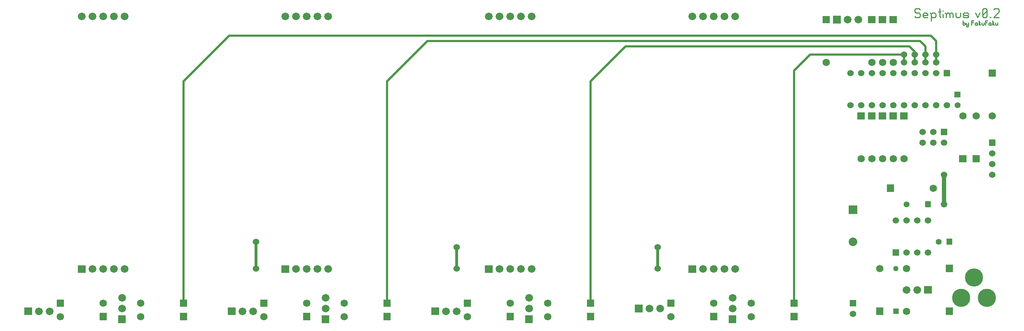
<source format=gbr>
G04 start of page 2 for group 0 idx 0 *
G04 Title: Septimus, top *
G04 Creator: pcb 20140316 *
G04 CreationDate: Mon Jun  9 18:26:02 2014 UTC *
G04 For: scheibler *
G04 Format: Gerber/RS-274X *
G04 PCB-Dimensions (mil): 10000.00 4000.00 *
G04 PCB-Coordinate-Origin: lower left *
%MOIN*%
%FSLAX25Y25*%
%LNTOP*%
%ADD29C,0.1200*%
%ADD28C,0.0280*%
%ADD27C,0.0300*%
%ADD26C,0.0380*%
%ADD25C,0.0420*%
%ADD24C,0.0350*%
%ADD23C,0.1700*%
%ADD22C,0.0500*%
%ADD21C,0.0800*%
%ADD20C,0.0550*%
%ADD19C,0.0600*%
%ADD18C,0.0680*%
%ADD17C,0.0001*%
%ADD16C,0.0720*%
%ADD15C,0.0105*%
%ADD14C,0.0100*%
%ADD13C,0.0400*%
%ADD12C,0.0250*%
%ADD11C,0.0200*%
G54D11*X760000Y280000D02*Y72500D01*
X855000Y312500D02*X602500D01*
G54D12*X632500Y105000D02*Y125000D01*
G54D11*X760000Y280000D02*Y290000D01*
X775000Y305000D01*
X797500D01*
X602500Y312500D02*X570000Y280000D01*
X417500Y317500D02*X380000Y280000D01*
X232500Y322500D02*X190000Y280000D01*
X570000D02*Y72500D01*
X380000Y280000D02*Y72500D01*
X190000Y280000D02*Y72500D01*
G54D12*X257500Y105000D02*Y130000D01*
X445000Y105000D02*Y125000D01*
G54D11*X865000Y317500D02*X417500D01*
X875000Y322500D02*X232500D01*
X867500Y312500D02*X855000D01*
G54D13*X900000Y192500D02*Y165000D01*
G54D11*X862500Y305000D02*X797500D01*
X862500Y297500D02*Y305000D01*
X872500Y297500D02*Y307500D01*
X892500Y317500D02*X887500Y322500D01*
X875000D02*X887500D01*
X872500Y307500D02*X867500Y312500D01*
X882500Y297500D02*Y312500D01*
X877500Y317500D01*
X892500Y297500D02*Y317500D01*
X865000D02*X877500D01*
G54D14*X876700Y347900D02*X877750Y346850D01*
X873550Y347900D02*X876700D01*
X872500Y346850D02*X873550Y347900D01*
X872500Y346850D02*Y344750D01*
X873550Y343700D01*
X876700D01*
X877750Y342650D01*
Y340550D01*
X876700Y339500D02*X877750Y340550D01*
X873550Y339500D02*X876700D01*
X872500Y340550D02*X873550Y339500D01*
X881320D02*X884470D01*
X880270Y340550D02*X881320Y339500D01*
X880270Y342650D02*Y340550D01*
Y342650D02*X881320Y343700D01*
X883420D01*
X884470Y342650D01*
X880270Y341600D02*X884470D01*
Y342650D02*Y341600D01*
X888040Y342650D02*Y336350D01*
X886990Y343700D02*X888040Y342650D01*
X889090Y343700D01*
X891190D01*
X892240Y342650D01*
Y340550D01*
X891190Y339500D02*X892240Y340550D01*
X889090Y339500D02*X891190D01*
X888040Y340550D02*X889090Y339500D01*
X895810Y347900D02*Y340550D01*
X896860Y339500D01*
X894760Y344750D02*X896860D01*
G54D15*X898960Y345800D02*Y345590D01*
G54D14*Y342650D02*Y339500D01*
X902110Y342650D02*Y339500D01*
Y342650D02*X903160Y343700D01*
X904210D01*
X905260Y342650D01*
Y339500D01*
Y342650D02*X906310Y343700D01*
X907360D01*
X908410Y342650D01*
Y339500D01*
X901060Y343700D02*X902110Y342650D01*
X910930Y343700D02*Y340550D01*
X911980Y339500D01*
X914080D01*
X915130Y340550D01*
Y343700D02*Y340550D01*
X918700Y339500D02*X921850D01*
X922900Y340550D01*
X921850Y341600D02*X922900Y340550D01*
X918700Y341600D02*X921850D01*
X917650Y342650D02*X918700Y341600D01*
X917650Y342650D02*X918700Y343700D01*
X921850D01*
X922900Y342650D01*
X917650Y340550D02*X918700Y339500D01*
X929200Y343700D02*X931300Y339500D01*
X933400Y343700D02*X931300Y339500D01*
X935920Y340550D02*X936970Y339500D01*
X935920Y346850D02*Y340550D01*
Y346850D02*X936970Y347900D01*
X939070D01*
X940120Y346850D01*
Y340550D01*
X939070Y339500D02*X940120Y340550D01*
X936970Y339500D02*X939070D01*
X935920Y341600D02*X940120Y345800D01*
X942640Y339500D02*X943690D01*
X946210Y346850D02*X947260Y347900D01*
X950410D01*
X951460Y346850D01*
Y344750D01*
X946210Y339500D02*X951460Y344750D01*
X946210Y339500D02*X951460D01*
X917500Y336500D02*Y332500D01*
Y333000D02*X918000Y332500D01*
X919000D01*
X919500Y333000D01*
Y334000D02*Y333000D01*
X919000Y334500D02*X919500Y334000D01*
X918000Y334500D02*X919000D01*
X917500Y334000D02*X918000Y334500D01*
X920700D02*Y333000D01*
X921200Y332500D01*
X922700Y334500D02*Y331500D01*
X922200Y331000D02*X922700Y331500D01*
X921200Y331000D02*X922200D01*
X920700Y331500D02*X921200Y331000D01*
Y332500D02*X922200D01*
X922700Y333000D01*
X925700Y336500D02*Y332500D01*
Y336500D02*X927700D01*
X925700Y334700D02*X927200D01*
X930400Y334500D02*X930900Y334000D01*
X929400Y334500D02*X930400D01*
X928900Y334000D02*X929400Y334500D01*
X928900Y334000D02*Y333000D01*
X929400Y332500D01*
X930900Y334500D02*Y333000D01*
X931400Y332500D01*
X929400D02*X930400D01*
X930900Y333000D01*
X932600Y336500D02*Y332500D01*
Y334000D02*X934100Y332500D01*
X932600Y334000D02*X933600Y335000D01*
X935300Y334500D02*Y333000D01*
X935800Y332500D01*
X936800D01*
X937300Y333000D01*
Y334500D02*Y333000D01*
X938500Y336500D02*Y332500D01*
Y336500D02*X940500D01*
X938500Y334700D02*X940000D01*
X943200Y334500D02*X943700Y334000D01*
X942200Y334500D02*X943200D01*
X941700Y334000D02*X942200Y334500D01*
X941700Y334000D02*Y333000D01*
X942200Y332500D01*
X943700Y334500D02*Y333000D01*
X944200Y332500D01*
X942200D02*X943200D01*
X943700Y333000D01*
X945400Y336500D02*Y332500D01*
Y334000D02*X946900Y332500D01*
X945400Y334000D02*X946400Y335000D01*
X948100Y334500D02*Y333000D01*
X948600Y332500D01*
X949600D01*
X950100Y333000D01*
Y334500D02*Y333000D01*
G54D16*X95000Y340600D03*
X105000D03*
G54D17*G36*
X91400Y108000D02*Y100800D01*
X98600D01*
Y108000D01*
X91400D01*
G37*
G54D16*X105000Y104400D03*
X115000D03*
X125000D03*
X135000D03*
X115000Y340600D03*
X125000D03*
X135000D03*
G54D17*G36*
X128900Y61100D02*Y53900D01*
X136100D01*
Y61100D01*
X128900D01*
G37*
G54D16*X132500Y67500D03*
Y77500D03*
G54D17*G36*
X111600Y63400D02*Y56600D01*
X118400D01*
Y63400D01*
X111600D01*
G37*
G54D18*X115000Y72500D03*
G54D17*G36*
X421400Y68600D02*Y61400D01*
X428600D01*
Y68600D01*
X421400D01*
G37*
G54D16*X435000Y65000D03*
G54D17*G36*
X376600Y63400D02*Y56600D01*
X383400D01*
Y63400D01*
X376600D01*
G37*
G36*
Y75900D02*Y69100D01*
X383400D01*
Y75900D01*
X376600D01*
G37*
G54D16*X445000Y65000D03*
G54D18*X455000Y60000D03*
G54D17*G36*
X451600Y75900D02*Y69100D01*
X458400D01*
Y75900D01*
X451600D01*
G37*
G36*
X508900Y61100D02*Y53900D01*
X516100D01*
Y61100D01*
X508900D01*
G37*
G54D18*X530000Y60000D03*
G54D17*G36*
X491600Y63400D02*Y56600D01*
X498400D01*
Y63400D01*
X491600D01*
G37*
G54D16*X512500Y67500D03*
G54D18*X530000Y72500D03*
X495000D03*
G54D16*X512500Y77500D03*
G54D17*G36*
X471400Y108000D02*Y100800D01*
X478600D01*
Y108000D01*
X471400D01*
G37*
G54D16*X485000Y104400D03*
X495000D03*
X505000D03*
X515000D03*
G54D17*G36*
X566600Y63400D02*Y56600D01*
X573400D01*
Y63400D01*
X566600D01*
G37*
G36*
Y75900D02*Y69100D01*
X573400D01*
Y75900D01*
X566600D01*
G37*
G36*
X231400Y68600D02*Y61400D01*
X238600D01*
Y68600D01*
X231400D01*
G37*
G54D16*X245000Y65000D03*
X255000D03*
G54D18*X265000Y60000D03*
G54D17*G36*
X186600Y63400D02*Y56600D01*
X193400D01*
Y63400D01*
X186600D01*
G37*
G54D18*X150000Y60000D03*
G54D16*X322500Y77500D03*
G54D17*G36*
X281400Y108000D02*Y100800D01*
X288600D01*
Y108000D01*
X281400D01*
G37*
G54D16*X295000Y104400D03*
X305000D03*
X315000D03*
X325000D03*
G54D18*X340000Y60000D03*
Y72500D03*
G54D17*G36*
X318900Y61100D02*Y53900D01*
X326100D01*
Y61100D01*
X318900D01*
G37*
G54D16*X322500Y67500D03*
G54D17*G36*
X301600Y63400D02*Y56600D01*
X308400D01*
Y63400D01*
X301600D01*
G37*
G54D18*X305000Y72500D03*
G54D17*G36*
X261600Y75900D02*Y69100D01*
X268400D01*
Y75900D01*
X261600D01*
G37*
G36*
X186600D02*Y69100D01*
X193400D01*
Y75900D01*
X186600D01*
G37*
G54D18*X150000Y72500D03*
G54D17*G36*
X41400Y68600D02*Y61400D01*
X48600D01*
Y68600D01*
X41400D01*
G37*
G54D16*X55000Y65000D03*
X65000D03*
G54D18*X75000Y60000D03*
G54D17*G36*
X71600Y75900D02*Y69100D01*
X78400D01*
Y75900D01*
X71600D01*
G37*
G54D16*X285000Y340600D03*
X295000D03*
X305000D03*
X315000D03*
X325000D03*
X475000D03*
X485000D03*
X495000D03*
X505000D03*
X515000D03*
G54D17*G36*
X942000Y225500D02*Y219500D01*
X948000D01*
Y225500D01*
X942000D01*
G37*
G54D19*X945000Y212500D03*
Y202500D03*
Y192500D03*
G54D17*G36*
X926600Y210900D02*Y204100D01*
X933400D01*
Y210900D01*
X926600D01*
G37*
G54D18*X930000Y247500D03*
X917500D03*
X945000D03*
G54D17*G36*
X909750Y270250D02*Y264750D01*
X915250D01*
Y270250D01*
X909750D01*
G37*
G54D20*X912500Y257500D03*
G54D17*G36*
X914100Y210900D02*Y204100D01*
X920900D01*
Y210900D01*
X914100D01*
G37*
G36*
X941600Y290900D02*Y284100D01*
X948400D01*
Y290900D01*
X941600D01*
G37*
G36*
X899500Y290500D02*Y284500D01*
X905500D01*
Y290500D01*
X899500D01*
G37*
G54D19*X892500Y287500D03*
X882500D03*
X872500D03*
X862500D03*
X852500D03*
X842500D03*
X832500D03*
X822500D03*
G54D17*G36*
X859100Y250900D02*Y244100D01*
X865900D01*
Y250900D01*
X859100D01*
G37*
G36*
X849100D02*Y244100D01*
X855900D01*
Y250900D01*
X849100D01*
G37*
G36*
X839100D02*Y244100D01*
X845900D01*
Y250900D01*
X839100D01*
G37*
G54D19*X842500Y257500D03*
X852500D03*
G54D18*Y207500D03*
X842500D03*
X832500D03*
X822500D03*
G54D17*G36*
X829100Y250900D02*Y244100D01*
X835900D01*
Y250900D01*
X829100D01*
G37*
G36*
X819100D02*Y244100D01*
X825900D01*
Y250900D01*
X819100D01*
G37*
G54D19*X822500Y257500D03*
X832500D03*
G54D18*X862500Y207500D03*
G54D19*Y257500D03*
X872500D03*
X882500D03*
X892500D03*
X902500D03*
G54D17*G36*
X897000Y235500D02*Y229500D01*
X903000D01*
Y235500D01*
X897000D01*
G37*
G54D19*X900000Y222500D03*
X890000Y232500D03*
Y222500D03*
X880000D03*
Y232500D03*
G54D16*X665000Y340600D03*
X675000D03*
X685000D03*
X695000D03*
X705000D03*
G54D17*G36*
X796400Y341100D02*Y333900D01*
X803600D01*
Y341100D01*
X796400D01*
G37*
G54D16*X810000Y337500D03*
G54D17*G36*
X786600Y340900D02*Y334100D01*
X793400D01*
Y340900D01*
X786600D01*
G37*
G36*
X661400Y108000D02*Y100800D01*
X668600D01*
Y108000D01*
X661400D01*
G37*
G54D18*X645000Y60000D03*
G54D17*G36*
X641600Y75900D02*Y69100D01*
X648400D01*
Y75900D01*
X641600D01*
G37*
G36*
X611400Y71100D02*Y63900D01*
X618600D01*
Y71100D01*
X611400D01*
G37*
G54D16*X625000Y67500D03*
X635000D03*
X675000Y104400D03*
X685000D03*
G54D17*G36*
X681600Y63400D02*Y56600D01*
X688400D01*
Y63400D01*
X681600D01*
G37*
G54D18*X685000Y72500D03*
G54D16*X695000Y104400D03*
X705000D03*
G54D17*G36*
X756600Y75900D02*Y69100D01*
X763400D01*
Y75900D01*
X756600D01*
G37*
G54D16*X702500Y77500D03*
G54D17*G36*
X756600Y63400D02*Y56600D01*
X763400D01*
Y63400D01*
X756600D01*
G37*
G54D18*X720000Y60000D03*
Y72500D03*
G54D17*G36*
X698900Y61100D02*Y53900D01*
X706100D01*
Y61100D01*
X698900D01*
G37*
G54D16*X702500Y67500D03*
G54D17*G36*
X812000Y75500D02*Y69500D01*
X818000D01*
Y75500D01*
X812000D01*
G37*
G54D19*X815000Y62500D03*
G54D17*G36*
X839100Y340900D02*Y334100D01*
X845900D01*
Y340900D01*
X839100D01*
G37*
G36*
X849100D02*Y334100D01*
X855900D01*
Y340900D01*
X849100D01*
G37*
G54D18*X842500Y297500D03*
X852500D03*
G54D19*X812500Y287500D03*
G54D18*X832500Y297500D03*
G54D19*X812500Y257500D03*
G54D16*X820000Y337500D03*
G54D18*X790000Y297500D03*
G54D17*G36*
X829100Y340900D02*Y334100D01*
X835900D01*
Y340900D01*
X829100D01*
G37*
G36*
X846600Y183400D02*Y176600D01*
X853400D01*
Y183400D01*
X846600D01*
G37*
G36*
X852000Y123000D02*Y117000D01*
X858000D01*
Y123000D01*
X852000D01*
G37*
G54D19*X855000Y150000D03*
G54D17*G36*
X811000Y164000D02*Y156000D01*
X819000D01*
Y164000D01*
X811000D01*
G37*
G54D21*X815000Y130000D03*
G54D17*G36*
X901600Y108400D02*Y101600D01*
X908400D01*
Y108400D01*
X901600D01*
G37*
G36*
Y68400D02*Y61600D01*
X908400D01*
Y68400D01*
X901600D01*
G37*
G36*
X881400Y88600D02*Y81400D01*
X888600D01*
Y88600D01*
X881400D01*
G37*
G54D16*X875000Y85000D03*
X865000D03*
G54D18*Y105000D03*
Y65000D03*
G54D17*G36*
X836600Y68400D02*Y61600D01*
X843400D01*
Y68400D01*
X836600D01*
G37*
G54D18*X840000Y105000D03*
G54D17*G36*
X852500Y67500D02*Y62500D01*
X857500D01*
Y67500D01*
X852500D01*
G37*
G54D22*X855000Y105000D03*
G54D23*X928000Y96500D03*
X940000Y77500D03*
X916000D03*
G54D20*X865000Y165000D03*
G54D19*Y120000D03*
X875000D03*
Y150000D03*
X865000D03*
G54D18*X890000Y180000D03*
G54D17*G36*
X882250Y167750D02*Y162250D01*
X887750D01*
Y167750D01*
X882250D01*
G37*
G36*
X902250Y132750D02*Y127250D01*
X907750D01*
Y132750D01*
X902250D01*
G37*
G54D20*X895000Y130000D03*
G54D19*X885000Y120000D03*
Y150000D03*
X900000Y165000D03*
X862500Y297500D03*
X872500D03*
Y305000D03*
X862500D03*
X882500Y297500D03*
X892500D03*
Y305000D03*
X882500D03*
X900000Y192500D03*
X257500Y105000D03*
Y130000D03*
X445000Y105000D03*
X632500D03*
X445000Y125000D03*
X632500D03*
G54D24*G54D25*G54D26*G54D25*G54D26*G54D25*G54D26*G54D25*G54D26*G54D25*G54D26*G54D25*G54D26*G54D25*G54D26*G54D25*G54D26*G54D25*G54D26*G54D25*G54D26*G54D25*G54D26*G54D27*G54D26*G54D28*G54D26*G54D28*G54D26*G54D28*G54D26*G54D28*G54D26*G54D25*G54D26*G54D25*G54D26*G54D25*G54D26*G54D25*G54D26*G54D25*G54D26*G54D25*G54D27*G54D26*G54D28*G54D26*G54D28*G54D25*G54D26*G54D28*G54D22*G54D26*G54D25*G54D26*G54D11*G54D29*G54D27*G54D28*G54D26*G54D27*G54D28*M02*

</source>
